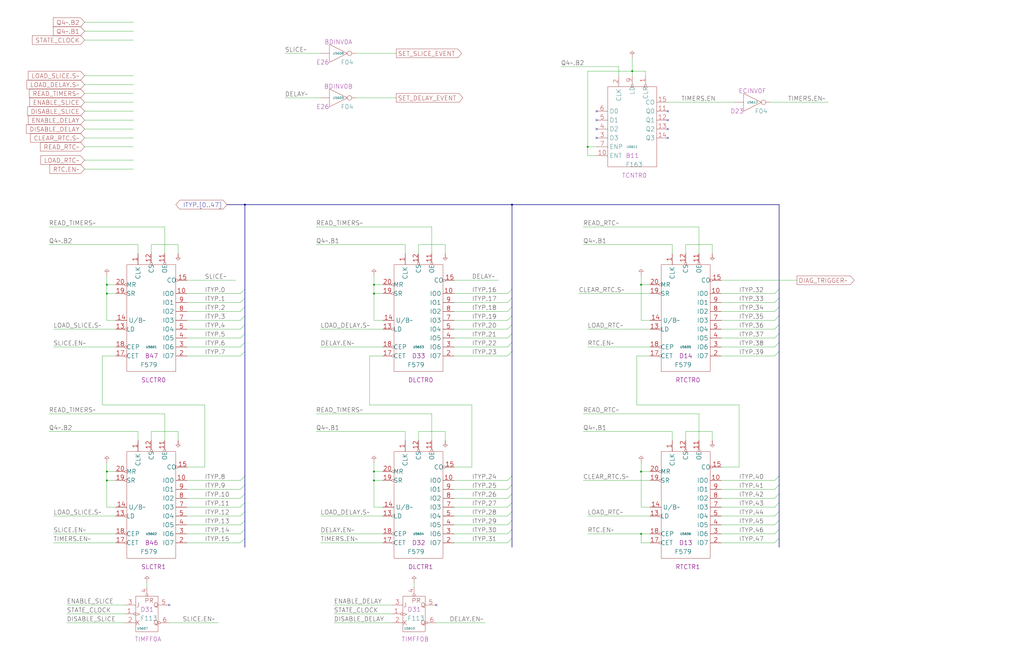
<source format=kicad_sch>
(kicad_sch (version 20230121) (generator eeschema)
  (paper "User" 584.2 378.46)
  (title_block (title "TIMERS") (date "22-SEP-90") (rev "2.0") (comment 1 "IOC") (comment 2 "232-003061") (comment 3 "S400") (comment 4 "RELEASED"))
  (lib_symbols
    (symbol "r1000:F04" (pin_numbers hide) (pin_names hide)
      (property "Reference" "U" (at 0 0 0))
      (property "Value" "F04" (at 1.27 -5.08 0))
      (property "Location" "___" (at -12.7 -5.08 0))
      (property "Name" "______" (at 0 5.08 0))
      (symbol "F04_0_1"
        (polyline (pts (xy -7.62 0) (xy -5.08 0)) (stroke (width 0.1524)))
        (polyline (pts (xy -5.08 5.08) (xy -5.08 -5.08)) (stroke (width 0.1524)))
        (polyline (pts (xy 5.08 0) (xy -5.08 -5.08)) (stroke (width 0.1524)))
        (polyline (pts (xy 5.08 0) (xy -5.08 5.08)) (stroke (width 0.1524)))
        (circle (center 6.35 0) (radius 1.27) (stroke (width 0.1524)))
      )
      (symbol "F04_1_1"
        (pin input line (at -10.16 0 0) (length 2.54) (name "D0") (number "1"))
        (pin output line (at 10.16 0 180) (length 2.54) (name "Q") (number "2"))
      )
    )
    (symbol "r1000:F113" (pin_names (offset 1.016) hide)
      (property "Reference" "U" (at 0 -10.795 0))
      (property "Value" "F113" (at -1.27 -5.08 0))
      (property "Location" "___" (at -1.27 0 0))
      (property "Name" "______" (at 3.175 -18.415 0))
      (symbol "F113_0_1"
        (rectangle (start -3.81 7.62) (end 8.89 -12.7) (stroke (width 0.1524)))
      )
      (symbol "F113_1_1"
        (circle (center -4.445 -2.54) (radius 0.635))
        (circle (center 2.54 8.255) (radius 0.635))
        (circle (center 9.525 -7.62) (radius 0.635))
        (text ">" (at -2.54 -2.54 0) (effects (font (size 2.54 2.54))))
        (text "J" (at -2.54 2.54 0) (effects (font (size 2.54 2.54))))
        (text "K" (at -2.54 -7.62 0) (effects (font (size 2.54 2.54))))
        (text "P" (at 2.54 5.08 0) (effects (font (size 2.54 2.54))))
        (text "Q" (at 7.62 -7.62 0) (effects (font (size 2.54 2.54))))
        (text "Q" (at 7.62 2.54 0) (effects (font (size 2.54 2.54))))
        (text "R" (at 5.08 5.08 0) (effects (font (size 2.54 2.54))))
        (pin input line (at -10.16 -2.54 0) (length 5.08) (name "CLK_") (number "1"))
        (pin input line (at -10.16 -7.62 0) (length 6.35) (name "K") (number "2"))
        (pin input line (at -10.16 2.54 0) (length 6.35) (name "J") (number "3"))
        (pin input line (at 2.54 12.7 270) (length 3.81) (name "PR_") (number "4"))
        (pin output line (at 15.24 2.54 180) (length 6.35) (name "Q") (number "5"))
        (pin output line (at 15.24 -7.62 180) (length 5.08) (name "Q_") (number "6"))
      )
    )
    (symbol "r1000:F163" (pin_names (offset 1.016))
      (property "Reference" "U" (at 2.54 5.08 0))
      (property "Value" "F163" (at -1.27 -5.08 0))
      (property "Location" "___" (at -1.27 0 0))
      (property "Name" "______" (at 3.81 -12.7 0))
      (symbol "F163_1_1"
        (rectangle (start -11.43 39.37) (end 16.51 -6.35))
        (circle (center 2.54 40.005) (radius 0.635))
        (circle (center 10.16 40.005) (radius 0.635))
        (pin input line (at 10.16 45.72 270) (length 5.08) (name "CLR") (number "1"))
        (pin input line (at -17.78 0 0) (length 6.35) (name "ENT") (number "10"))
        (pin output line (at 22.86 25.4 180) (length 6.35) (name "Q0") (number "11"))
        (pin output line (at 22.86 20.32 180) (length 6.35) (name "Q1") (number "12"))
        (pin output line (at 22.86 15.24 180) (length 6.35) (name "Q2") (number "13"))
        (pin output line (at 22.86 10.16 180) (length 6.35) (name "Q3") (number "14"))
        (pin output line (at 22.86 30.48 180) (length 6.35) (name "CO") (number "15"))
        (pin input line (at -5.08 45.72 270) (length 6.35) (name "CLK") (number "2"))
        (pin input line (at -17.78 10.16 0) (length 6.35) (name "D3") (number "3"))
        (pin input line (at -17.78 15.24 0) (length 6.35) (name "D2") (number "4"))
        (pin input line (at -17.78 20.32 0) (length 6.35) (name "D1") (number "5"))
        (pin input line (at -17.78 25.4 0) (length 6.35) (name "D0") (number "6"))
        (pin input line (at -17.78 5.08 0) (length 6.35) (name "ENP") (number "7"))
        (pin input line (at 2.54 45.72 270) (length 5.08) (name "LD") (number "9"))
      )
    )
    (symbol "r1000:F579" (pin_names (offset 1.016))
      (property "Reference" "U" (at 2.54 5.08 0))
      (property "Value" "F579" (at -3.81 -5.08 0))
      (property "Location" "___" (at -1.27 0 0))
      (property "Name" "______" (at 3.81 -15.24 0))
      (symbol "F579_1_1"
        (circle (center -12.065 0) (radius 0.635))
        (circle (center -12.065 5.08) (radius 0.635))
        (circle (center -12.065 15.24) (radius 0.635))
        (circle (center -12.065 35.56) (radius 0.635))
        (circle (center -12.065 40.64) (radius 0.635))
        (rectangle (start -11.43 52.07) (end 16.51 -8.89))
        (circle (center 2.54 52.705) (radius 0.635))
        (circle (center 10.16 52.705) (radius 0.635))
        (circle (center 17.145 43.18) (radius 0.635))
        (pin input line (at -5.08 58.42 270) (length 6.35) (name "CLK") (number "1"))
        (pin bidirectional line (at 22.86 35.56 180) (length 6.35) (name "IO0") (number "10"))
        (pin input line (at 10.16 58.42 270) (length 5.08) (name "OE") (number "11"))
        (pin input line (at 2.54 58.42 270) (length 5.08) (name "CS") (number "12"))
        (pin input line (at -17.78 15.24 0) (length 5.08) (name "LD") (number "13"))
        (pin input line (at -17.78 20.32 0) (length 6.35) (name "U/B~") (number "14"))
        (pin output line (at 22.86 43.18 180) (length 5.08) (name "CO") (number "15"))
        (pin input line (at -17.78 0 0) (length 5.08) (name "CET") (number "17"))
        (pin input line (at -17.78 5.08 0) (length 5.08) (name "CEP") (number "18"))
        (pin input line (at -17.78 35.56 0) (length 5.08) (name "SR") (number "19"))
        (pin bidirectional line (at 22.86 0 180) (length 6.35) (name "IO7") (number "2"))
        (pin input line (at -17.78 40.64 0) (length 5.08) (name "MR") (number "20"))
        (pin bidirectional line (at 22.86 5.08 180) (length 6.35) (name "IO6") (number "3"))
        (pin bidirectional line (at 22.86 10.16 180) (length 6.35) (name "IO5") (number "4"))
        (pin bidirectional line (at 22.86 15.24 180) (length 6.35) (name "IO4") (number "5"))
        (pin bidirectional line (at 22.86 20.32 180) (length 6.35) (name "IO3") (number "7"))
        (pin bidirectional line (at 22.86 25.4 180) (length 6.35) (name "IO2") (number "8"))
        (pin bidirectional line (at 22.86 30.48 180) (length 6.35) (name "IO1") (number "9"))
      )
    )
    (symbol "r1000:PD" (power) (pin_numbers hide) (pin_names hide) (in_bom no)
      (symbol "PD_0_1"
        (polyline (pts (xy 0 -2.54) (xy 1.27 -2.54) (xy 0 -3.81) (xy -1.27 -2.54) (xy 0 -2.54)) (stroke (width 0.1524)))
      )
      (symbol "PD_1_1"
        (pin power_in line (at 0 0 270) (length 2.54) (name "PD") (number "1"))
      )
    )
    (symbol "r1000:PU" (power) (pin_numbers hide) (pin_names hide)
      (symbol "PU_0_1"
        (polyline (pts (xy 0 2.54) (xy -1.27 2.54) (xy 0 3.81) (xy 1.27 2.54) (xy 0 2.54)) (stroke (width 0.1524)))
      )
      (symbol "PU_1_1"
        (pin power_in line (at 0 0 90) (length 2.54) (name "PU") (number "1"))
      )
    )
  )
  (junction (at 213.36 167.64))
  (junction (at 213.36 269.24))
  (junction (at 60.96 269.24))
  (junction (at 60.96 274.32))
  (junction (at 365.76 162.56))
  (junction (at 360.68 40.64))
  (junction (at 60.96 167.64))
  (junction (at 213.36 274.32))
  (junction (at 335.28 83.82))
  (junction (at 365.76 304.8))
  (junction (at 292.1 116.84))
  (junction (at 365.76 269.24))
  (junction (at 60.96 162.56))
  (junction (at 139.7 116.84))
  (junction (at 213.36 162.56))
  (no_connect (at 381 78.74))
  (no_connect (at 96.52 345.44))
  (no_connect (at 340.36 68.58))
  (no_connect (at 340.36 73.66))
  (no_connect (at 248.92 345.44))
  (no_connect (at 340.36 78.74))
  (no_connect (at 381 73.66))
  (no_connect (at 381 68.58))
  (no_connect (at 340.36 63.5))
  (no_connect (at 381 63.5))
  (bus_entry (at 292.1 170.18) (size -2.54 2.54))
  (bus_entry (at 139.7 175.26) (size -2.54 2.54))
  (bus_entry (at 444.5 165.1) (size -2.54 2.54))
  (bus_entry (at 139.7 185.42) (size -2.54 2.54))
  (bus_entry (at 139.7 165.1) (size -2.54 2.54))
  (bus_entry (at 292.1 276.86) (size -2.54 2.54))
  (bus_entry (at 139.7 292.1) (size -2.54 2.54))
  (bus_entry (at 292.1 190.5) (size -2.54 2.54))
  (bus_entry (at 292.1 281.94) (size -2.54 2.54))
  (bus_entry (at 292.1 185.42) (size -2.54 2.54))
  (bus_entry (at 139.7 307.34) (size -2.54 2.54))
  (bus_entry (at 444.5 170.18) (size -2.54 2.54))
  (bus_entry (at 292.1 292.1) (size -2.54 2.54))
  (bus_entry (at 139.7 195.58) (size -2.54 2.54))
  (bus_entry (at 444.5 175.26) (size -2.54 2.54))
  (bus_entry (at 139.7 302.26) (size -2.54 2.54))
  (bus_entry (at 292.1 165.1) (size -2.54 2.54))
  (bus_entry (at 444.5 297.18) (size -2.54 2.54))
  (bus_entry (at 292.1 302.26) (size -2.54 2.54))
  (bus_entry (at 139.7 170.18) (size -2.54 2.54))
  (bus_entry (at 292.1 287.02) (size -2.54 2.54))
  (bus_entry (at 444.5 292.1) (size -2.54 2.54))
  (bus_entry (at 292.1 307.34) (size -2.54 2.54))
  (bus_entry (at 139.7 180.34) (size -2.54 2.54))
  (bus_entry (at 444.5 276.86) (size -2.54 2.54))
  (bus_entry (at 139.7 297.18) (size -2.54 2.54))
  (bus_entry (at 139.7 281.94) (size -2.54 2.54))
  (bus_entry (at 444.5 287.02) (size -2.54 2.54))
  (bus_entry (at 292.1 180.34) (size -2.54 2.54))
  (bus_entry (at 139.7 287.02) (size -2.54 2.54))
  (bus_entry (at 444.5 200.66) (size -2.54 2.54))
  (bus_entry (at 292.1 195.58) (size -2.54 2.54))
  (bus_entry (at 444.5 195.58) (size -2.54 2.54))
  (bus_entry (at 444.5 185.42) (size -2.54 2.54))
  (bus_entry (at 139.7 200.66) (size -2.54 2.54))
  (bus_entry (at 292.1 271.78) (size -2.54 2.54))
  (bus_entry (at 444.5 180.34) (size -2.54 2.54))
  (bus_entry (at 444.5 271.78) (size -2.54 2.54))
  (bus_entry (at 292.1 297.18) (size -2.54 2.54))
  (bus_entry (at 139.7 276.86) (size -2.54 2.54))
  (bus_entry (at 139.7 190.5) (size -2.54 2.54))
  (bus_entry (at 444.5 307.34) (size -2.54 2.54))
  (bus_entry (at 444.5 281.94) (size -2.54 2.54))
  (bus_entry (at 292.1 200.66) (size -2.54 2.54))
  (bus_entry (at 444.5 190.5) (size -2.54 2.54))
  (bus_entry (at 444.5 302.26) (size -2.54 2.54))
  (bus_entry (at 139.7 271.78) (size -2.54 2.54))
  (bus_entry (at 292.1 175.26) (size -2.54 2.54))
  (wire (pts (xy 60.96 167.64) (xy 66.04 167.64)))
  (wire (pts (xy 180.34 129.54) (xy 246.38 129.54)))
  (wire (pts (xy 238.76 144.78) (xy 238.76 139.7)))
  (wire (pts (xy 411.48 274.32) (xy 441.96 274.32)))
  (bus (pts (xy 444.5 297.18) (xy 444.5 302.26)))
  (wire (pts (xy 60.96 162.56) (xy 66.04 162.56)))
  (wire (pts (xy 368.3 40.64) (xy 360.68 40.64)))
  (bus (pts (xy 444.5 170.18) (xy 444.5 175.26)))
  (bus (pts (xy 292.1 190.5) (xy 292.1 195.58)))
  (wire (pts (xy 411.48 198.12) (xy 441.96 198.12)))
  (wire (pts (xy 101.6 246.38) (xy 101.6 251.46)))
  (bus (pts (xy 139.7 297.18) (xy 139.7 302.26)))
  (wire (pts (xy 106.68 294.64) (xy 137.16 294.64)))
  (bus (pts (xy 129.54 116.84) (xy 139.7 116.84)))
  (wire (pts (xy 78.74 251.46) (xy 78.74 246.38)))
  (wire (pts (xy 213.36 269.24) (xy 218.44 269.24)))
  (wire (pts (xy 335.28 88.9) (xy 335.28 83.82)))
  (wire (pts (xy 231.14 144.78) (xy 231.14 139.7)))
  (wire (pts (xy 335.28 40.64) (xy 360.68 40.64)))
  (wire (pts (xy 246.38 144.78) (xy 246.38 129.54)))
  (wire (pts (xy 180.34 139.7) (xy 231.14 139.7)))
  (wire (pts (xy 106.68 274.32) (xy 137.16 274.32)))
  (wire (pts (xy 411.48 203.2) (xy 441.96 203.2)))
  (wire (pts (xy 411.48 304.8) (xy 441.96 304.8)))
  (wire (pts (xy 365.76 304.8) (xy 370.84 304.8)))
  (bus (pts (xy 292.1 116.84) (xy 292.1 165.1)))
  (wire (pts (xy 60.96 182.88) (xy 60.96 167.64)))
  (wire (pts (xy 411.48 182.88) (xy 441.96 182.88)))
  (wire (pts (xy 86.36 246.38) (xy 101.6 246.38)))
  (wire (pts (xy 48.26 73.66) (xy 76.2 73.66)))
  (wire (pts (xy 83.82 332.74) (xy 83.82 335.28)))
  (wire (pts (xy 360.68 40.64) (xy 360.68 43.18)))
  (wire (pts (xy 48.26 43.18) (xy 76.2 43.18)))
  (wire (pts (xy 259.08 198.12) (xy 289.56 198.12)))
  (wire (pts (xy 213.36 274.32) (xy 218.44 274.32)))
  (wire (pts (xy 27.94 236.22) (xy 93.98 236.22)))
  (wire (pts (xy 411.48 284.48) (xy 441.96 284.48)))
  (bus (pts (xy 139.7 175.26) (xy 139.7 180.34)))
  (bus (pts (xy 292.1 281.94) (xy 292.1 287.02)))
  (wire (pts (xy 182.88 304.8) (xy 218.44 304.8)))
  (bus (pts (xy 292.1 307.34) (xy 292.1 312.42)))
  (wire (pts (xy 116.84 231.14) (xy 116.84 266.7)))
  (wire (pts (xy 213.36 289.56) (xy 213.36 274.32)))
  (bus (pts (xy 292.1 170.18) (xy 292.1 175.26)))
  (wire (pts (xy 259.08 274.32) (xy 289.56 274.32)))
  (wire (pts (xy 162.56 30.48) (xy 182.88 30.48)))
  (wire (pts (xy 106.68 193.04) (xy 137.16 193.04)))
  (wire (pts (xy 398.78 144.78) (xy 398.78 129.54)))
  (wire (pts (xy 332.74 236.22) (xy 398.78 236.22)))
  (wire (pts (xy 406.4 246.38) (xy 406.4 251.46)))
  (wire (pts (xy 411.48 167.64) (xy 441.96 167.64)))
  (wire (pts (xy 106.68 299.72) (xy 137.16 299.72)))
  (wire (pts (xy 340.36 88.9) (xy 335.28 88.9)))
  (wire (pts (xy 365.76 162.56) (xy 365.76 182.88)))
  (bus (pts (xy 444.5 276.86) (xy 444.5 281.94)))
  (wire (pts (xy 365.76 269.24) (xy 365.76 289.56)))
  (wire (pts (xy 383.54 144.78) (xy 383.54 139.7)))
  (bus (pts (xy 444.5 116.84) (xy 444.5 165.1)))
  (wire (pts (xy 58.42 203.2) (xy 58.42 231.14)))
  (bus (pts (xy 139.7 190.5) (xy 139.7 195.58)))
  (wire (pts (xy 106.68 279.4) (xy 137.16 279.4)))
  (wire (pts (xy 238.76 139.7) (xy 254 139.7)))
  (wire (pts (xy 368.3 43.18) (xy 368.3 40.64)))
  (wire (pts (xy 335.28 83.82) (xy 340.36 83.82)))
  (bus (pts (xy 139.7 116.84) (xy 139.7 165.1)))
  (wire (pts (xy 106.68 167.64) (xy 137.16 167.64)))
  (bus (pts (xy 292.1 276.86) (xy 292.1 281.94)))
  (wire (pts (xy 48.26 53.34) (xy 76.2 53.34)))
  (wire (pts (xy 210.82 203.2) (xy 210.82 231.14)))
  (bus (pts (xy 139.7 281.94) (xy 139.7 287.02)))
  (wire (pts (xy 398.78 251.46) (xy 398.78 236.22)))
  (wire (pts (xy 106.68 309.88) (xy 137.16 309.88)))
  (bus (pts (xy 139.7 165.1) (xy 139.7 170.18)))
  (bus (pts (xy 444.5 175.26) (xy 444.5 180.34)))
  (wire (pts (xy 363.22 203.2) (xy 363.22 231.14)))
  (wire (pts (xy 335.28 198.12) (xy 370.84 198.12)))
  (wire (pts (xy 182.88 309.88) (xy 218.44 309.88)))
  (wire (pts (xy 203.2 55.88) (xy 226.06 55.88)))
  (wire (pts (xy 365.76 269.24) (xy 370.84 269.24)))
  (wire (pts (xy 335.28 294.64) (xy 370.84 294.64)))
  (wire (pts (xy 48.26 63.5) (xy 76.2 63.5)))
  (bus (pts (xy 139.7 180.34) (xy 139.7 185.42)))
  (wire (pts (xy 259.08 299.72) (xy 289.56 299.72)))
  (wire (pts (xy 60.96 274.32) (xy 60.96 269.24)))
  (bus (pts (xy 444.5 292.1) (xy 444.5 297.18)))
  (wire (pts (xy 30.48 198.12) (xy 66.04 198.12)))
  (bus (pts (xy 139.7 200.66) (xy 139.7 271.78)))
  (wire (pts (xy 48.26 22.86) (xy 76.2 22.86)))
  (wire (pts (xy 332.74 274.32) (xy 370.84 274.32)))
  (wire (pts (xy 78.74 144.78) (xy 78.74 139.7)))
  (wire (pts (xy 353.06 43.18) (xy 353.06 38.1)))
  (wire (pts (xy 190.5 345.44) (xy 223.52 345.44)))
  (bus (pts (xy 292.1 116.84) (xy 444.5 116.84)))
  (bus (pts (xy 292.1 292.1) (xy 292.1 297.18)))
  (wire (pts (xy 411.48 193.04) (xy 441.96 193.04)))
  (wire (pts (xy 162.56 55.88) (xy 182.88 55.88)))
  (wire (pts (xy 391.16 139.7) (xy 406.4 139.7)))
  (wire (pts (xy 391.16 144.78) (xy 391.16 139.7)))
  (wire (pts (xy 259.08 187.96) (xy 289.56 187.96)))
  (wire (pts (xy 38.1 355.6) (xy 71.12 355.6)))
  (wire (pts (xy 27.94 246.38) (xy 78.74 246.38)))
  (wire (pts (xy 48.26 91.44) (xy 76.2 91.44)))
  (bus (pts (xy 444.5 190.5) (xy 444.5 195.58)))
  (wire (pts (xy 332.74 246.38) (xy 383.54 246.38)))
  (wire (pts (xy 58.42 231.14) (xy 116.84 231.14)))
  (wire (pts (xy 27.94 139.7) (xy 78.74 139.7)))
  (wire (pts (xy 213.36 269.24) (xy 213.36 264.16)))
  (bus (pts (xy 292.1 271.78) (xy 292.1 276.86)))
  (wire (pts (xy 96.52 355.6) (xy 124.46 355.6)))
  (wire (pts (xy 101.6 139.7) (xy 101.6 144.78)))
  (bus (pts (xy 292.1 302.26) (xy 292.1 307.34)))
  (wire (pts (xy 190.5 350.52) (xy 223.52 350.52)))
  (wire (pts (xy 213.36 274.32) (xy 213.36 269.24)))
  (wire (pts (xy 238.76 251.46) (xy 238.76 246.38)))
  (wire (pts (xy 365.76 309.88) (xy 365.76 304.8)))
  (wire (pts (xy 180.34 236.22) (xy 246.38 236.22)))
  (wire (pts (xy 259.08 309.88) (xy 289.56 309.88)))
  (wire (pts (xy 236.22 332.74) (xy 236.22 335.28)))
  (wire (pts (xy 48.26 68.58) (xy 76.2 68.58)))
  (wire (pts (xy 106.68 187.96) (xy 137.16 187.96)))
  (bus (pts (xy 444.5 185.42) (xy 444.5 190.5)))
  (wire (pts (xy 106.68 198.12) (xy 137.16 198.12)))
  (wire (pts (xy 48.26 96.52) (xy 76.2 96.52)))
  (wire (pts (xy 360.68 33.02) (xy 360.68 40.64)))
  (wire (pts (xy 411.48 279.4) (xy 441.96 279.4)))
  (wire (pts (xy 391.16 246.38) (xy 406.4 246.38)))
  (bus (pts (xy 292.1 287.02) (xy 292.1 292.1)))
  (wire (pts (xy 213.36 167.64) (xy 213.36 162.56)))
  (wire (pts (xy 106.68 304.8) (xy 137.16 304.8)))
  (wire (pts (xy 391.16 251.46) (xy 391.16 246.38)))
  (wire (pts (xy 60.96 274.32) (xy 66.04 274.32)))
  (wire (pts (xy 30.48 309.88) (xy 66.04 309.88)))
  (bus (pts (xy 444.5 302.26) (xy 444.5 307.34)))
  (wire (pts (xy 190.5 355.6) (xy 223.52 355.6)))
  (wire (pts (xy 320.04 38.1) (xy 353.06 38.1)))
  (wire (pts (xy 93.98 144.78) (xy 93.98 129.54)))
  (wire (pts (xy 106.68 172.72) (xy 137.16 172.72)))
  (wire (pts (xy 332.74 139.7) (xy 383.54 139.7)))
  (wire (pts (xy 60.96 289.56) (xy 60.96 274.32)))
  (wire (pts (xy 231.14 251.46) (xy 231.14 246.38)))
  (wire (pts (xy 60.96 269.24) (xy 60.96 264.16)))
  (wire (pts (xy 30.48 294.64) (xy 66.04 294.64)))
  (bus (pts (xy 292.1 165.1) (xy 292.1 170.18)))
  (wire (pts (xy 213.36 182.88) (xy 213.36 167.64)))
  (wire (pts (xy 30.48 304.8) (xy 66.04 304.8)))
  (wire (pts (xy 365.76 269.24) (xy 365.76 264.16)))
  (bus (pts (xy 444.5 287.02) (xy 444.5 292.1)))
  (wire (pts (xy 411.48 299.72) (xy 441.96 299.72)))
  (wire (pts (xy 259.08 182.88) (xy 289.56 182.88)))
  (wire (pts (xy 60.96 269.24) (xy 66.04 269.24)))
  (wire (pts (xy 27.94 129.54) (xy 93.98 129.54)))
  (wire (pts (xy 48.26 83.82) (xy 76.2 83.82)))
  (bus (pts (xy 292.1 200.66) (xy 292.1 271.78)))
  (wire (pts (xy 218.44 203.2) (xy 210.82 203.2)))
  (wire (pts (xy 411.48 309.88) (xy 441.96 309.88)))
  (wire (pts (xy 254 139.7) (xy 254 144.78)))
  (bus (pts (xy 139.7 292.1) (xy 139.7 297.18)))
  (wire (pts (xy 259.08 289.56) (xy 289.56 289.56)))
  (wire (pts (xy 259.08 167.64) (xy 289.56 167.64)))
  (wire (pts (xy 259.08 172.72) (xy 289.56 172.72)))
  (wire (pts (xy 365.76 162.56) (xy 370.84 162.56)))
  (wire (pts (xy 248.92 355.6) (xy 276.86 355.6)))
  (wire (pts (xy 106.68 284.48) (xy 137.16 284.48)))
  (wire (pts (xy 246.38 251.46) (xy 246.38 236.22)))
  (wire (pts (xy 116.84 266.7) (xy 106.68 266.7)))
  (wire (pts (xy 269.24 231.14) (xy 269.24 266.7)))
  (bus (pts (xy 292.1 195.58) (xy 292.1 200.66)))
  (wire (pts (xy 60.96 167.64) (xy 60.96 162.56)))
  (wire (pts (xy 106.68 160.02) (xy 134.62 160.02)))
  (wire (pts (xy 411.48 294.64) (xy 441.96 294.64)))
  (bus (pts (xy 139.7 195.58) (xy 139.7 200.66)))
  (bus (pts (xy 292.1 297.18) (xy 292.1 302.26)))
  (wire (pts (xy 66.04 182.88) (xy 60.96 182.88)))
  (bus (pts (xy 444.5 200.66) (xy 444.5 271.78)))
  (wire (pts (xy 411.48 177.8) (xy 441.96 177.8)))
  (bus (pts (xy 139.7 307.34) (xy 139.7 312.42)))
  (wire (pts (xy 411.48 172.72) (xy 441.96 172.72)))
  (wire (pts (xy 411.48 187.96) (xy 441.96 187.96)))
  (bus (pts (xy 292.1 185.42) (xy 292.1 190.5)))
  (wire (pts (xy 60.96 162.56) (xy 60.96 157.48)))
  (wire (pts (xy 259.08 294.64) (xy 289.56 294.64)))
  (wire (pts (xy 30.48 187.96) (xy 66.04 187.96)))
  (wire (pts (xy 259.08 193.04) (xy 289.56 193.04)))
  (bus (pts (xy 292.1 180.34) (xy 292.1 185.42)))
  (wire (pts (xy 180.34 246.38) (xy 231.14 246.38)))
  (wire (pts (xy 259.08 284.48) (xy 289.56 284.48)))
  (wire (pts (xy 259.08 279.4) (xy 289.56 279.4)))
  (wire (pts (xy 48.26 78.74) (xy 76.2 78.74)))
  (wire (pts (xy 335.28 83.82) (xy 335.28 40.64)))
  (wire (pts (xy 335.28 304.8) (xy 365.76 304.8)))
  (wire (pts (xy 66.04 289.56) (xy 60.96 289.56)))
  (wire (pts (xy 254 246.38) (xy 254 251.46)))
  (wire (pts (xy 86.36 139.7) (xy 101.6 139.7)))
  (bus (pts (xy 444.5 165.1) (xy 444.5 170.18)))
  (bus (pts (xy 139.7 170.18) (xy 139.7 175.26)))
  (wire (pts (xy 38.1 350.52) (xy 71.12 350.52)))
  (wire (pts (xy 48.26 58.42) (xy 76.2 58.42)))
  (bus (pts (xy 139.7 302.26) (xy 139.7 307.34)))
  (wire (pts (xy 370.84 309.88) (xy 365.76 309.88)))
  (wire (pts (xy 421.64 266.7) (xy 411.48 266.7)))
  (wire (pts (xy 66.04 203.2) (xy 58.42 203.2)))
  (wire (pts (xy 213.36 167.64) (xy 218.44 167.64)))
  (wire (pts (xy 218.44 182.88) (xy 213.36 182.88)))
  (wire (pts (xy 106.68 177.8) (xy 137.16 177.8)))
  (wire (pts (xy 38.1 345.44) (xy 71.12 345.44)))
  (wire (pts (xy 259.08 160.02) (xy 284.48 160.02)))
  (wire (pts (xy 421.64 231.14) (xy 421.64 266.7)))
  (wire (pts (xy 213.36 162.56) (xy 213.36 157.48)))
  (bus (pts (xy 444.5 271.78) (xy 444.5 276.86)))
  (bus (pts (xy 444.5 195.58) (xy 444.5 200.66)))
  (bus (pts (xy 444.5 307.34) (xy 444.5 312.42)))
  (bus (pts (xy 139.7 271.78) (xy 139.7 276.86)))
  (wire (pts (xy 411.48 289.56) (xy 441.96 289.56)))
  (wire (pts (xy 210.82 231.14) (xy 269.24 231.14)))
  (wire (pts (xy 363.22 231.14) (xy 421.64 231.14)))
  (bus (pts (xy 292.1 175.26) (xy 292.1 180.34)))
  (wire (pts (xy 106.68 203.2) (xy 137.16 203.2)))
  (bus (pts (xy 139.7 185.42) (xy 139.7 190.5)))
  (wire (pts (xy 106.68 289.56) (xy 137.16 289.56)))
  (wire (pts (xy 269.24 266.7) (xy 259.08 266.7)))
  (wire (pts (xy 182.88 294.64) (xy 218.44 294.64)))
  (wire (pts (xy 86.36 144.78) (xy 86.36 139.7)))
  (wire (pts (xy 203.2 30.48) (xy 226.06 30.48)))
  (bus (pts (xy 139.7 287.02) (xy 139.7 292.1)))
  (wire (pts (xy 259.08 304.8) (xy 289.56 304.8)))
  (wire (pts (xy 330.2 167.64) (xy 370.84 167.64)))
  (wire (pts (xy 381 58.42) (xy 419.1 58.42)))
  (bus (pts (xy 139.7 276.86) (xy 139.7 281.94)))
  (wire (pts (xy 48.26 12.7) (xy 76.2 12.7)))
  (wire (pts (xy 370.84 182.88) (xy 365.76 182.88)))
  (wire (pts (xy 335.28 187.96) (xy 370.84 187.96)))
  (wire (pts (xy 365.76 162.56) (xy 365.76 157.48)))
  (wire (pts (xy 238.76 246.38) (xy 254 246.38)))
  (wire (pts (xy 182.88 198.12) (xy 218.44 198.12)))
  (wire (pts (xy 411.48 160.02) (xy 454.66 160.02)))
  (wire (pts (xy 383.54 251.46) (xy 383.54 246.38)))
  (wire (pts (xy 370.84 203.2) (xy 363.22 203.2)))
  (wire (pts (xy 48.26 48.26) (xy 76.2 48.26)))
  (wire (pts (xy 439.42 58.42) (xy 472.44 58.42)))
  (wire (pts (xy 86.36 251.46) (xy 86.36 246.38)))
  (wire (pts (xy 406.4 139.7) (xy 406.4 144.78)))
  (wire (pts (xy 259.08 203.2) (xy 289.56 203.2)))
  (bus (pts (xy 444.5 180.34) (xy 444.5 185.42)))
  (wire (pts (xy 106.68 182.88) (xy 137.16 182.88)))
  (wire (pts (xy 332.74 129.54) (xy 398.78 129.54)))
  (wire (pts (xy 259.08 177.8) (xy 289.56 177.8)))
  (wire (pts (xy 218.44 289.56) (xy 213.36 289.56)))
  (wire (pts (xy 213.36 162.56) (xy 218.44 162.56)))
  (wire (pts (xy 93.98 251.46) (xy 93.98 236.22)))
  (wire (pts (xy 48.26 17.78) (xy 76.2 17.78)))
  (bus (pts (xy 444.5 281.94) (xy 444.5 287.02)))
  (wire (pts (xy 182.88 187.96) (xy 218.44 187.96)))
  (bus (pts (xy 139.7 116.84) (xy 292.1 116.84)))
  (wire (pts (xy 370.84 289.56) (xy 365.76 289.56)))
  (label "ITYP.23" (at 269.24 203.2 0) (effects (font (size 2.54 2.54))))
  (label "SLICE.EN~" (at 30.48 198.12 0) (effects (font (size 2.54 2.54))))
  (label "ITYP.31" (at 269.24 309.88 0) (effects (font (size 2.54 2.54))))
  (label "ITYP.8" (at 116.84 274.32 0) (effects (font (size 2.54 2.54))))
  (label "READ_TIMERS~" (at 27.94 236.22 0) (effects (font (size 2.54 2.54))))
  (label "READ_RTC~" (at 332.74 236.22 0) (effects (font (size 2.54 2.54))))
  (label "STATE_CLOCK" (at 38.1 350.52 0) (effects (font (size 2.54 2.54))))
  (label "ITYP.35" (at 421.64 182.88 0) (effects (font (size 2.54 2.54))))
  (label "ITYP.15" (at 116.84 309.88 0) (effects (font (size 2.54 2.54))))
  (label "RTC.EN~" (at 335.28 198.12 0) (effects (font (size 2.54 2.54))))
  (label "CLEAR_RTC.S~" (at 330.2 167.64 0) (effects (font (size 2.54 2.54))))
  (label "LOAD_RTC~" (at 335.28 187.96 0) (effects (font (size 2.54 2.54))))
  (label "Q4~.B1" (at 180.34 246.38 0) (effects (font (size 2.54 2.54))))
  (label "DELAY~" (at 269.24 160.02 0) (effects (font (size 2.54 2.54))))
  (label "ITYP.34" (at 421.64 177.8 0) (effects (font (size 2.54 2.54))))
  (label "ENABLE_DELAY" (at 190.5 345.44 0) (effects (font (size 2.54 2.54))))
  (label "ITYP.7" (at 116.84 203.2 0) (effects (font (size 2.54 2.54))))
  (label "DELAY~" (at 162.56 55.88 0) (effects (font (size 2.54 2.54))))
  (label "ITYP.25" (at 269.24 279.4 0) (effects (font (size 2.54 2.54))))
  (label "ITYP.16" (at 269.24 167.64 0) (effects (font (size 2.54 2.54))))
  (label "ITYP.22" (at 269.24 198.12 0) (effects (font (size 2.54 2.54))))
  (label "DISABLE_SLICE" (at 38.1 355.6 0) (effects (font (size 2.54 2.54))))
  (label "ITYP.6" (at 116.84 198.12 0) (effects (font (size 2.54 2.54))))
  (label "ITYP.37" (at 421.64 193.04 0) (effects (font (size 2.54 2.54))))
  (label "ITYP.19" (at 269.24 182.88 0) (effects (font (size 2.54 2.54))))
  (label "ITYP.2" (at 116.84 177.8 0) (effects (font (size 2.54 2.54))))
  (label "ITYP.46" (at 421.64 304.8 0) (effects (font (size 2.54 2.54))))
  (label "TIMERS.EN" (at 388.62 58.42 0) (effects (font (size 2.54 2.54))))
  (label "ITYP.17" (at 269.24 172.72 0) (effects (font (size 2.54 2.54))))
  (label "TIMERS.EN~" (at 182.88 309.88 0) (effects (font (size 2.54 2.54))))
  (label "ITYP.47" (at 421.64 309.88 0) (effects (font (size 2.54 2.54))))
  (label "ITYP.27" (at 269.24 289.56 0) (effects (font (size 2.54 2.54))))
  (label "ITYP.41" (at 421.64 279.4 0) (effects (font (size 2.54 2.54))))
  (label "DELAY.EN~" (at 182.88 304.8 0) (effects (font (size 2.54 2.54))))
  (label "DISABLE_DELAY" (at 190.5 355.6 0) (effects (font (size 2.54 2.54))))
  (label "Q4~.B2" (at 27.94 246.38 0) (effects (font (size 2.54 2.54))))
  (label "READ_TIMERS~" (at 27.94 129.54 0) (effects (font (size 2.54 2.54))))
  (label "TIMERS.EN~" (at 30.48 309.88 0) (effects (font (size 2.54 2.54))))
  (label "ITYP.44" (at 421.64 294.64 0) (effects (font (size 2.54 2.54))))
  (label "SLICE.EN~" (at 104.14 355.6 0) (effects (font (size 2.54 2.54))))
  (label "LOAD_DELAY.S~" (at 182.88 294.64 0) (effects (font (size 2.54 2.54))))
  (label "DELAY.EN~" (at 182.88 198.12 0) (effects (font (size 2.54 2.54))))
  (label "ITYP.30" (at 269.24 304.8 0) (effects (font (size 2.54 2.54))))
  (label "READ_TIMERS~" (at 180.34 236.22 0) (effects (font (size 2.54 2.54))))
  (label "SLICE~" (at 162.56 30.48 0) (effects (font (size 2.54 2.54))))
  (label "ITYP.29" (at 269.24 299.72 0) (effects (font (size 2.54 2.54))))
  (label "ITYP.14" (at 116.84 304.8 0) (effects (font (size 2.54 2.54))))
  (label "ITYP.26" (at 269.24 284.48 0) (effects (font (size 2.54 2.54))))
  (label "LOAD_SLICE.S~" (at 30.48 294.64 0) (effects (font (size 2.54 2.54))))
  (label "ITYP.20" (at 269.24 187.96 0) (effects (font (size 2.54 2.54))))
  (label "DELAY.EN~" (at 256.54 355.6 0) (effects (font (size 2.54 2.54))))
  (label "ITYP.39" (at 421.64 203.2 0) (effects (font (size 2.54 2.54))))
  (label "Q4~.B1" (at 180.34 139.7 0) (effects (font (size 2.54 2.54))))
  (label "READ_RTC~" (at 332.74 129.54 0) (effects (font (size 2.54 2.54))))
  (label "ITYP.9" (at 116.84 279.4 0) (effects (font (size 2.54 2.54))))
  (label "Q4~.B1" (at 332.74 246.38 0) (effects (font (size 2.54 2.54))))
  (label "ITYP.24" (at 269.24 274.32 0) (effects (font (size 2.54 2.54))))
  (label "ITYP.40" (at 421.64 274.32 0) (effects (font (size 2.54 2.54))))
  (label "ITYP.36" (at 421.64 187.96 0) (effects (font (size 2.54 2.54))))
  (label "ITYP.32" (at 421.64 167.64 0) (effects (font (size 2.54 2.54))))
  (label "ITYP.4" (at 116.84 187.96 0) (effects (font (size 2.54 2.54))))
  (label "ITYP.12" (at 116.84 294.64 0) (effects (font (size 2.54 2.54))))
  (label "ITYP.38" (at 421.64 198.12 0) (effects (font (size 2.54 2.54))))
  (label "LOAD_SLICE.S~" (at 30.48 187.96 0) (effects (font (size 2.54 2.54))))
  (label "ITYP.43" (at 421.64 289.56 0) (effects (font (size 2.54 2.54))))
  (label "ITYP.18" (at 269.24 177.8 0) (effects (font (size 2.54 2.54))))
  (label "SLICE~" (at 116.84 160.02 0) (effects (font (size 2.54 2.54))))
  (label "ITYP.0" (at 116.84 167.64 0) (effects (font (size 2.54 2.54))))
  (label "ITYP.5" (at 116.84 193.04 0) (effects (font (size 2.54 2.54))))
  (label "Q4~.B1" (at 332.74 139.7 0) (effects (font (size 2.54 2.54))))
  (label "LOAD_DELAY.S~" (at 182.88 187.96 0) (effects (font (size 2.54 2.54))))
  (label "Q4~.B2" (at 27.94 139.7 0) (effects (font (size 2.54 2.54))))
  (label "ITYP.33" (at 421.64 172.72 0) (effects (font (size 2.54 2.54))))
  (label "STATE_CLOCK" (at 190.5 350.52 0) (effects (font (size 2.54 2.54))))
  (label "ITYP.42" (at 421.64 284.48 0) (effects (font (size 2.54 2.54))))
  (label "TIMERS.EN~" (at 449.58 58.42 0) (effects (font (size 2.54 2.54))))
  (label "ITYP.13" (at 116.84 299.72 0) (effects (font (size 2.54 2.54))))
  (label "Q4~.B2" (at 320.04 38.1 0) (effects (font (size 2.54 2.54))))
  (label "SLICE.EN~" (at 30.48 304.8 0) (effects (font (size 2.54 2.54))))
  (label "ITYP.10" (at 116.84 284.48 0) (effects (font (size 2.54 2.54))))
  (label "CLEAR_RTC.S~" (at 332.74 274.32 0) (effects (font (size 2.54 2.54))))
  (label "ITYP.1" (at 116.84 172.72 0) (effects (font (size 2.54 2.54))))
  (label "ITYP.11" (at 116.84 289.56 0) (effects (font (size 2.54 2.54))))
  (label "ITYP.3" (at 116.84 182.88 0) (effects (font (size 2.54 2.54))))
  (label "READ_TIMERS~" (at 180.34 129.54 0) (effects (font (size 2.54 2.54))))
  (label "ITYP.45" (at 421.64 299.72 0) (effects (font (size 2.54 2.54))))
  (label "LOAD_RTC~" (at 335.28 294.64 0) (effects (font (size 2.54 2.54))))
  (label "ENABLE_SLICE" (at 38.1 345.44 0) (effects (font (size 2.54 2.54))))
  (label "ITYP.21" (at 269.24 193.04 0) (effects (font (size 2.54 2.54))))
  (label "RTC.EN~" (at 335.28 304.8 0) (effects (font (size 2.54 2.54))))
  (label "ITYP.28" (at 269.24 294.64 0) (effects (font (size 2.54 2.54))))
  (global_label "DISABLE_DELAY" (shape input) (at 48.26 73.66 180) (effects (font (size 2.54 2.54))) (property "Intersheetrefs" "${INTERSHEET_REFS}" (at 15.0102 73.5013 0) (effects (font (size 1.905 1.905)) (justify right))))
  (global_label "CLEAR_RTC.S~" (shape input) (at 48.26 78.74 180) (effects (font (size 2.54 2.54))) (property "Intersheetrefs" "${INTERSHEET_REFS}" (at 17.4292 78.5813 0) (effects (font (size 1.905 1.905)) (justify right))))
  (global_label "SET_DELAY_EVENT" (shape output) (at 226.06 55.88 0) (effects (font (size 2.54 2.54))) (property "Intersheetrefs" "${INTERSHEET_REFS}" (at 264.027 55.7213 0) (effects (font (size 1.905 1.905)) (justify left))))
  (global_label "SET_SLICE_EVENT" (shape output) (at 226.06 30.48 0) (effects (font (size 2.54 2.54))) (property "Intersheetrefs" "${INTERSHEET_REFS}" (at 263.3012 30.3213 0) (effects (font (size 1.905 1.905)) (justify left))))
  (global_label "READ_RTC~" (shape input) (at 48.26 83.82 180) (effects (font (size 2.54 2.54))) (property "Intersheetrefs" "${INTERSHEET_REFS}" (at 23.114 83.6613 0) (effects (font (size 1.905 1.905)) (justify right))))
  (global_label "STATE_CLOCK" (shape input) (at 48.26 22.86 180) (effects (font (size 2.54 2.54))) (property "Intersheetrefs" "${INTERSHEET_REFS}" (at 18.3969 22.7013 0) (effects (font (size 1.905 1.905)) (justify right))))
  (global_label "LOAD_RTC~" (shape input) (at 48.26 91.44 180) (effects (font (size 2.54 2.54))) (property "Intersheetrefs" "${INTERSHEET_REFS}" (at 23.235 91.2813 0) (effects (font (size 1.905 1.905)) (justify right))))
  (global_label "LOAD_SLICE.S~" (shape input) (at 48.26 43.18 180) (effects (font (size 2.54 2.54))) (property "Intersheetrefs" "${INTERSHEET_REFS}" (at 16.0988 43.0213 0) (effects (font (size 1.905 1.905)) (justify right))))
  (global_label "RTC.EN~" (shape input) (at 48.26 96.52 180) (effects (font (size 2.54 2.54))) (property "Intersheetrefs" "${INTERSHEET_REFS}" (at 28.4359 96.3613 0) (effects (font (size 1.905 1.905)) (justify right))))
  (global_label "LOAD_DELAY.S~" (shape input) (at 48.26 48.26 180) (effects (font (size 2.54 2.54))) (property "Intersheetrefs" "${INTERSHEET_REFS}" (at 15.373 48.1013 0) (effects (font (size 1.905 1.905)) (justify right))))
  (global_label "Q4~.B1" (shape input) (at 48.26 17.78 180) (effects (font (size 2.54 2.54))) (property "Intersheetrefs" "${INTERSHEET_REFS}" (at 30.3711 17.6213 0) (effects (font (size 1.905 1.905)) (justify right))))
  (global_label "DIAG_TRIGGER~" (shape output) (at 454.66 160.02 0) (effects (font (size 2.54 2.54))) (property "Intersheetrefs" "${INTERSHEET_REFS}" (at 487.305 159.8613 0) (effects (font (size 1.905 1.905)) (justify left))))
  (global_label "Q4~.B2" (shape input) (at 48.26 12.7 180) (effects (font (size 2.54 2.54))) (property "Intersheetrefs" "${INTERSHEET_REFS}" (at 30.3711 12.5413 0) (effects (font (size 1.905 1.905)) (justify right))))
  (global_label "ITYP.[0..47]" (shape bidirectional) (at 129.54 116.84 180) (effects (font (size 2.54 2.54))) (property "Intersheetrefs" "${INTERSHEET_REFS}" (at 102.5797 116.6813 0) (effects (font (size 1.905 1.905)) (justify right))))
  (global_label "DISABLE_SLICE" (shape input) (at 48.26 63.5 180) (effects (font (size 2.54 2.54))) (property "Intersheetrefs" "${INTERSHEET_REFS}" (at 15.7359 63.3413 0) (effects (font (size 1.905 1.905)) (justify right))))
  (global_label "ENABLE_DELAY" (shape input) (at 48.26 68.58 180) (effects (font (size 2.54 2.54))) (property "Intersheetrefs" "${INTERSHEET_REFS}" (at 16.2197 68.4213 0) (effects (font (size 1.905 1.905)) (justify right))))
  (global_label "READ_TIMERS~" (shape input) (at 48.26 53.34 180) (effects (font (size 2.54 2.54))) (property "Intersheetrefs" "${INTERSHEET_REFS}" (at 16.8245 53.1813 0) (effects (font (size 1.905 1.905)) (justify right))))
  (global_label "ENABLE_SLICE" (shape input) (at 48.26 58.42 180) (effects (font (size 2.54 2.54))) (property "Intersheetrefs" "${INTERSHEET_REFS}" (at 16.9454 58.2613 0) (effects (font (size 1.905 1.905)) (justify right))))
  (symbol (lib_id "r1000:PD") (at 101.6 144.78 0) (unit 1) (in_bom no)
    (property "Reference" "#PWR05603" (effects hide))
    (property "Value" "PD" (effects hide))
  )
  (symbol (lib_id "r1000:F04") (at 193.04 55.88 0) (unit 1)
    (property "Reference" "U5609" (at 193.04 55.88 0))
    (property "Value" "F04" (at 194.31 60.96 0) (effects (font (size 2.54 2.54)) (justify left)))
    (property "Location" "E26" (at 180.34 60.96 0) (effects (font (size 2.54 2.54)) (justify left)))
    (property "Name" "BDINV0B" (at 193.04 50.8 0) (effects (font (size 2.54 2.54)) (justify bottom)))
  )
  (symbol (lib_id "r1000:F113") (at 81.28 347.98 0) (unit 1)
    (property "Reference" "U5607" (at 81.28 358.775 0))
    (property "Value" "F113" (at 80.01 353.06 0) (effects (font (size 2.54 2.54)) (justify left)))
    (property "Location" "D31" (at 80.01 347.98 0) (effects (font (size 2.54 2.54)) (justify left)))
    (property "Name" "TIMFF0A" (at 84.455 366.395 0) (effects (font (size 2.54 2.54)) (justify bottom)))
  )
  (symbol (lib_id "r1000:PU") (at 365.76 157.48 0) (unit 1)
    (property "Reference" "#PWR05609" (effects hide))
    (property "Value" "PU" (effects hide))
  )
  (symbol (lib_id "r1000:F113") (at 233.68 347.98 0) (unit 1)
    (property "Reference" "U5610" (at 233.68 358.775 0))
    (property "Value" "F113" (at 232.41 353.06 0) (effects (font (size 2.54 2.54)) (justify left)))
    (property "Location" "D31" (at 232.41 347.98 0) (effects (font (size 2.54 2.54)) (justify left)))
    (property "Name" "TIMFF0B" (at 236.855 366.395 0) (effects (font (size 2.54 2.54)) (justify bottom)))
  )
  (symbol (lib_id "r1000:PU") (at 365.76 264.16 0) (unit 1)
    (property "Reference" "#PWR05610" (effects hide))
    (property "Value" "PU" (effects hide))
  )
  (symbol (lib_id "r1000:PD") (at 406.4 251.46 0) (unit 1) (in_bom no)
    (property "Reference" "#PWR05612" (effects hide))
    (property "Value" "PD" (effects hide))
  )
  (symbol (lib_id "r1000:F04") (at 193.04 30.48 0) (unit 1)
    (property "Reference" "U5608" (at 193.04 30.48 0))
    (property "Value" "F04" (at 194.31 35.56 0) (effects (font (size 2.54 2.54)) (justify left)))
    (property "Location" "E26" (at 180.34 35.56 0) (effects (font (size 2.54 2.54)) (justify left)))
    (property "Name" "BDINV0A" (at 193.04 25.4 0) (effects (font (size 2.54 2.54)) (justify bottom)))
  )
  (symbol (lib_id "r1000:F579") (at 83.82 203.2 0) (unit 1)
    (property "Reference" "U5601" (at 86.36 198.12 0))
    (property "Value" "F579" (at 80.01 208.28 0) (effects (font (size 2.54 2.54)) (justify left)))
    (property "Location" "B47" (at 82.55 203.2 0) (effects (font (size 2.54 2.54)) (justify left)))
    (property "Name" "SLCTR0" (at 87.63 218.44 0) (effects (font (size 2.54 2.54)) (justify bottom)))
  )
  (symbol (lib_id "r1000:F579") (at 388.62 309.88 0) (unit 1)
    (property "Reference" "U5606" (at 391.16 304.8 0))
    (property "Value" "F579" (at 384.81 314.96 0) (effects (font (size 2.54 2.54)) (justify left)))
    (property "Location" "D13" (at 387.35 309.88 0) (effects (font (size 2.54 2.54)) (justify left)))
    (property "Name" "RTCTR1" (at 392.43 325.12 0) (effects (font (size 2.54 2.54)) (justify bottom)))
  )
  (symbol (lib_id "r1000:F163") (at 358.14 88.9 0) (unit 1)
    (property "Reference" "U5611" (at 360.68 83.82 0))
    (property "Value" "F163" (at 356.87 93.98 0) (effects (font (size 2.54 2.54)) (justify left)))
    (property "Location" "B11" (at 356.87 88.9 0) (effects (font (size 2.54 2.54)) (justify left)))
    (property "Name" "TCNTR0" (at 361.95 101.6 0) (effects (font (size 2.54 2.54)) (justify bottom)))
  )
  (symbol (lib_id "r1000:PU") (at 213.36 157.48 0) (unit 1)
    (property "Reference" "#PWR05605" (effects hide))
    (property "Value" "PU" (effects hide))
  )
  (symbol (lib_id "r1000:PU") (at 360.68 33.02 0) (unit 1)
    (property "Reference" "#PWR05615" (effects hide))
    (property "Value" "PU" (effects hide))
  )
  (symbol (lib_id "r1000:F579") (at 236.22 203.2 0) (unit 1)
    (property "Reference" "U5603" (at 238.76 198.12 0))
    (property "Value" "F579" (at 232.41 208.28 0) (effects (font (size 2.54 2.54)) (justify left)))
    (property "Location" "D33" (at 234.95 203.2 0) (effects (font (size 2.54 2.54)) (justify left)))
    (property "Name" "DLCTR0" (at 240.03 218.44 0) (effects (font (size 2.54 2.54)) (justify bottom)))
  )
  (symbol (lib_id "r1000:PU") (at 60.96 264.16 0) (unit 1)
    (property "Reference" "#PWR05602" (effects hide))
    (property "Value" "PU" (effects hide))
  )
  (symbol (lib_id "r1000:PD") (at 101.6 251.46 0) (unit 1) (in_bom no)
    (property "Reference" "#PWR05604" (effects hide))
    (property "Value" "PD" (effects hide))
  )
  (symbol (lib_id "r1000:PD") (at 406.4 144.78 0) (unit 1) (in_bom no)
    (property "Reference" "#PWR05611" (effects hide))
    (property "Value" "PD" (effects hide))
  )
  (symbol (lib_id "r1000:PU") (at 213.36 264.16 0) (unit 1)
    (property "Reference" "#PWR05606" (effects hide))
    (property "Value" "PU" (effects hide))
  )
  (symbol (lib_id "r1000:PD") (at 254 144.78 0) (unit 1) (in_bom no)
    (property "Reference" "#PWR05607" (effects hide))
    (property "Value" "PD" (effects hide))
  )
  (symbol (lib_id "r1000:PD") (at 254 251.46 0) (unit 1) (in_bom no)
    (property "Reference" "#PWR05608" (effects hide))
    (property "Value" "PD" (effects hide))
  )
  (symbol (lib_id "r1000:F579") (at 236.22 309.88 0) (unit 1)
    (property "Reference" "U5604" (at 238.76 304.8 0))
    (property "Value" "F579" (at 232.41 314.96 0) (effects (font (size 2.54 2.54)) (justify left)))
    (property "Location" "D32" (at 234.95 309.88 0) (effects (font (size 2.54 2.54)) (justify left)))
    (property "Name" "DLCTR1" (at 240.03 325.12 0) (effects (font (size 2.54 2.54)) (justify bottom)))
  )
  (symbol (lib_id "r1000:PU") (at 83.82 332.74 0) (unit 1)
    (property "Reference" "#PWR05613" (effects hide))
    (property "Value" "PU" (effects hide))
  )
  (symbol (lib_id "r1000:F04") (at 429.26 58.42 0) (unit 1)
    (property "Reference" "U5612" (at 429.26 58.42 0))
    (property "Value" "F04" (at 430.53 63.5 0) (effects (font (size 2.54 2.54)) (justify left)))
    (property "Location" "D23" (at 416.56 63.5 0) (effects (font (size 2.54 2.54)) (justify left)))
    (property "Name" "ECINV0F" (at 429.26 53.34 0) (effects (font (size 2.54 2.54)) (justify bottom)))
  )
  (symbol (lib_id "r1000:PU") (at 60.96 157.48 0) (unit 1)
    (property "Reference" "#PWR05601" (effects hide))
    (property "Value" "PU" (effects hide))
  )
  (symbol (lib_id "r1000:F579") (at 83.82 309.88 0) (unit 1)
    (property "Reference" "U5602" (at 86.36 304.8 0))
    (property "Value" "F579" (at 80.01 314.96 0) (effects (font (size 2.54 2.54)) (justify left)))
    (property "Location" "B46" (at 82.55 309.88 0) (effects (font (size 2.54 2.54)) (justify left)))
    (property "Name" "SLCTR1" (at 87.63 325.12 0) (effects (font (size 2.54 2.54)) (justify bottom)))
  )
  (symbol (lib_id "r1000:PU") (at 236.22 332.74 0) (unit 1)
    (property "Reference" "#PWR05614" (effects hide))
    (property "Value" "PU" (effects hide))
  )
  (symbol (lib_id "r1000:F579") (at 388.62 203.2 0) (unit 1)
    (property "Reference" "U5605" (at 391.16 198.12 0))
    (property "Value" "F579" (at 384.81 208.28 0) (effects (font (size 2.54 2.54)) (justify left)))
    (property "Location" "D14" (at 387.35 203.2 0) (effects (font (size 2.54 2.54)) (justify left)))
    (property "Name" "RTCTR0" (at 392.43 218.44 0) (effects (font (size 2.54 2.54)) (justify bottom)))
  )
)
</source>
